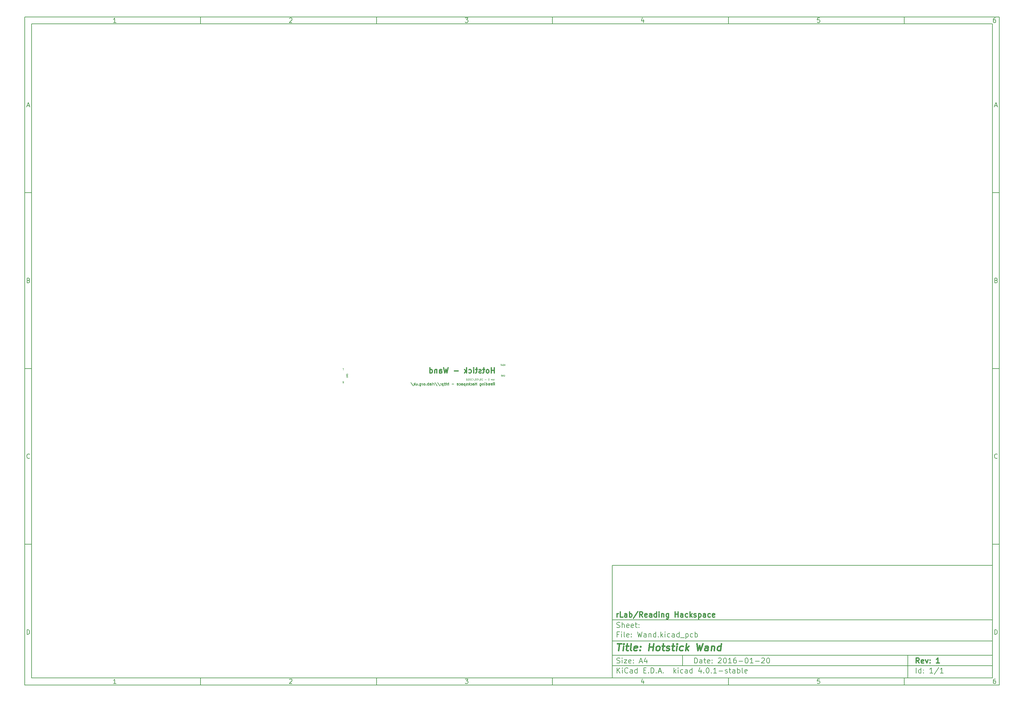
<source format=gbr>
G04 #@! TF.FileFunction,Legend,Bot*
%FSLAX46Y46*%
G04 Gerber Fmt 4.6, Leading zero omitted, Abs format (unit mm)*
G04 Created by KiCad (PCBNEW 4.0.1-stable) date 29/01/2016 19:20:18*
%MOMM*%
G01*
G04 APERTURE LIST*
%ADD10C,0.100000*%
%ADD11C,0.150000*%
%ADD12C,0.300000*%
%ADD13C,0.400000*%
%ADD14C,0.125000*%
G04 APERTURE END LIST*
D10*
D11*
X177002200Y-166007200D02*
X177002200Y-198007200D01*
X285002200Y-198007200D01*
X285002200Y-166007200D01*
X177002200Y-166007200D01*
D10*
D11*
X10000000Y-10000000D02*
X10000000Y-200007200D01*
X287002200Y-200007200D01*
X287002200Y-10000000D01*
X10000000Y-10000000D01*
D10*
D11*
X12000000Y-12000000D02*
X12000000Y-198007200D01*
X285002200Y-198007200D01*
X285002200Y-12000000D01*
X12000000Y-12000000D01*
D10*
D11*
X60000000Y-12000000D02*
X60000000Y-10000000D01*
D10*
D11*
X110000000Y-12000000D02*
X110000000Y-10000000D01*
D10*
D11*
X160000000Y-12000000D02*
X160000000Y-10000000D01*
D10*
D11*
X210000000Y-12000000D02*
X210000000Y-10000000D01*
D10*
D11*
X260000000Y-12000000D02*
X260000000Y-10000000D01*
D10*
D11*
X35990476Y-11588095D02*
X35247619Y-11588095D01*
X35619048Y-11588095D02*
X35619048Y-10288095D01*
X35495238Y-10473810D01*
X35371429Y-10597619D01*
X35247619Y-10659524D01*
D10*
D11*
X85247619Y-10411905D02*
X85309524Y-10350000D01*
X85433333Y-10288095D01*
X85742857Y-10288095D01*
X85866667Y-10350000D01*
X85928571Y-10411905D01*
X85990476Y-10535714D01*
X85990476Y-10659524D01*
X85928571Y-10845238D01*
X85185714Y-11588095D01*
X85990476Y-11588095D01*
D10*
D11*
X135185714Y-10288095D02*
X135990476Y-10288095D01*
X135557143Y-10783333D01*
X135742857Y-10783333D01*
X135866667Y-10845238D01*
X135928571Y-10907143D01*
X135990476Y-11030952D01*
X135990476Y-11340476D01*
X135928571Y-11464286D01*
X135866667Y-11526190D01*
X135742857Y-11588095D01*
X135371429Y-11588095D01*
X135247619Y-11526190D01*
X135185714Y-11464286D01*
D10*
D11*
X185866667Y-10721429D02*
X185866667Y-11588095D01*
X185557143Y-10226190D02*
X185247619Y-11154762D01*
X186052381Y-11154762D01*
D10*
D11*
X235928571Y-10288095D02*
X235309524Y-10288095D01*
X235247619Y-10907143D01*
X235309524Y-10845238D01*
X235433333Y-10783333D01*
X235742857Y-10783333D01*
X235866667Y-10845238D01*
X235928571Y-10907143D01*
X235990476Y-11030952D01*
X235990476Y-11340476D01*
X235928571Y-11464286D01*
X235866667Y-11526190D01*
X235742857Y-11588095D01*
X235433333Y-11588095D01*
X235309524Y-11526190D01*
X235247619Y-11464286D01*
D10*
D11*
X285866667Y-10288095D02*
X285619048Y-10288095D01*
X285495238Y-10350000D01*
X285433333Y-10411905D01*
X285309524Y-10597619D01*
X285247619Y-10845238D01*
X285247619Y-11340476D01*
X285309524Y-11464286D01*
X285371429Y-11526190D01*
X285495238Y-11588095D01*
X285742857Y-11588095D01*
X285866667Y-11526190D01*
X285928571Y-11464286D01*
X285990476Y-11340476D01*
X285990476Y-11030952D01*
X285928571Y-10907143D01*
X285866667Y-10845238D01*
X285742857Y-10783333D01*
X285495238Y-10783333D01*
X285371429Y-10845238D01*
X285309524Y-10907143D01*
X285247619Y-11030952D01*
D10*
D11*
X60000000Y-198007200D02*
X60000000Y-200007200D01*
D10*
D11*
X110000000Y-198007200D02*
X110000000Y-200007200D01*
D10*
D11*
X160000000Y-198007200D02*
X160000000Y-200007200D01*
D10*
D11*
X210000000Y-198007200D02*
X210000000Y-200007200D01*
D10*
D11*
X260000000Y-198007200D02*
X260000000Y-200007200D01*
D10*
D11*
X35990476Y-199595295D02*
X35247619Y-199595295D01*
X35619048Y-199595295D02*
X35619048Y-198295295D01*
X35495238Y-198481010D01*
X35371429Y-198604819D01*
X35247619Y-198666724D01*
D10*
D11*
X85247619Y-198419105D02*
X85309524Y-198357200D01*
X85433333Y-198295295D01*
X85742857Y-198295295D01*
X85866667Y-198357200D01*
X85928571Y-198419105D01*
X85990476Y-198542914D01*
X85990476Y-198666724D01*
X85928571Y-198852438D01*
X85185714Y-199595295D01*
X85990476Y-199595295D01*
D10*
D11*
X135185714Y-198295295D02*
X135990476Y-198295295D01*
X135557143Y-198790533D01*
X135742857Y-198790533D01*
X135866667Y-198852438D01*
X135928571Y-198914343D01*
X135990476Y-199038152D01*
X135990476Y-199347676D01*
X135928571Y-199471486D01*
X135866667Y-199533390D01*
X135742857Y-199595295D01*
X135371429Y-199595295D01*
X135247619Y-199533390D01*
X135185714Y-199471486D01*
D10*
D11*
X185866667Y-198728629D02*
X185866667Y-199595295D01*
X185557143Y-198233390D02*
X185247619Y-199161962D01*
X186052381Y-199161962D01*
D10*
D11*
X235928571Y-198295295D02*
X235309524Y-198295295D01*
X235247619Y-198914343D01*
X235309524Y-198852438D01*
X235433333Y-198790533D01*
X235742857Y-198790533D01*
X235866667Y-198852438D01*
X235928571Y-198914343D01*
X235990476Y-199038152D01*
X235990476Y-199347676D01*
X235928571Y-199471486D01*
X235866667Y-199533390D01*
X235742857Y-199595295D01*
X235433333Y-199595295D01*
X235309524Y-199533390D01*
X235247619Y-199471486D01*
D10*
D11*
X285866667Y-198295295D02*
X285619048Y-198295295D01*
X285495238Y-198357200D01*
X285433333Y-198419105D01*
X285309524Y-198604819D01*
X285247619Y-198852438D01*
X285247619Y-199347676D01*
X285309524Y-199471486D01*
X285371429Y-199533390D01*
X285495238Y-199595295D01*
X285742857Y-199595295D01*
X285866667Y-199533390D01*
X285928571Y-199471486D01*
X285990476Y-199347676D01*
X285990476Y-199038152D01*
X285928571Y-198914343D01*
X285866667Y-198852438D01*
X285742857Y-198790533D01*
X285495238Y-198790533D01*
X285371429Y-198852438D01*
X285309524Y-198914343D01*
X285247619Y-199038152D01*
D10*
D11*
X10000000Y-60000000D02*
X12000000Y-60000000D01*
D10*
D11*
X10000000Y-110000000D02*
X12000000Y-110000000D01*
D10*
D11*
X10000000Y-160000000D02*
X12000000Y-160000000D01*
D10*
D11*
X10690476Y-35216667D02*
X11309524Y-35216667D01*
X10566667Y-35588095D02*
X11000000Y-34288095D01*
X11433333Y-35588095D01*
D10*
D11*
X11092857Y-84907143D02*
X11278571Y-84969048D01*
X11340476Y-85030952D01*
X11402381Y-85154762D01*
X11402381Y-85340476D01*
X11340476Y-85464286D01*
X11278571Y-85526190D01*
X11154762Y-85588095D01*
X10659524Y-85588095D01*
X10659524Y-84288095D01*
X11092857Y-84288095D01*
X11216667Y-84350000D01*
X11278571Y-84411905D01*
X11340476Y-84535714D01*
X11340476Y-84659524D01*
X11278571Y-84783333D01*
X11216667Y-84845238D01*
X11092857Y-84907143D01*
X10659524Y-84907143D01*
D10*
D11*
X11402381Y-135464286D02*
X11340476Y-135526190D01*
X11154762Y-135588095D01*
X11030952Y-135588095D01*
X10845238Y-135526190D01*
X10721429Y-135402381D01*
X10659524Y-135278571D01*
X10597619Y-135030952D01*
X10597619Y-134845238D01*
X10659524Y-134597619D01*
X10721429Y-134473810D01*
X10845238Y-134350000D01*
X11030952Y-134288095D01*
X11154762Y-134288095D01*
X11340476Y-134350000D01*
X11402381Y-134411905D01*
D10*
D11*
X10659524Y-185588095D02*
X10659524Y-184288095D01*
X10969048Y-184288095D01*
X11154762Y-184350000D01*
X11278571Y-184473810D01*
X11340476Y-184597619D01*
X11402381Y-184845238D01*
X11402381Y-185030952D01*
X11340476Y-185278571D01*
X11278571Y-185402381D01*
X11154762Y-185526190D01*
X10969048Y-185588095D01*
X10659524Y-185588095D01*
D10*
D11*
X287002200Y-60000000D02*
X285002200Y-60000000D01*
D10*
D11*
X287002200Y-110000000D02*
X285002200Y-110000000D01*
D10*
D11*
X287002200Y-160000000D02*
X285002200Y-160000000D01*
D10*
D11*
X285692676Y-35216667D02*
X286311724Y-35216667D01*
X285568867Y-35588095D02*
X286002200Y-34288095D01*
X286435533Y-35588095D01*
D10*
D11*
X286095057Y-84907143D02*
X286280771Y-84969048D01*
X286342676Y-85030952D01*
X286404581Y-85154762D01*
X286404581Y-85340476D01*
X286342676Y-85464286D01*
X286280771Y-85526190D01*
X286156962Y-85588095D01*
X285661724Y-85588095D01*
X285661724Y-84288095D01*
X286095057Y-84288095D01*
X286218867Y-84350000D01*
X286280771Y-84411905D01*
X286342676Y-84535714D01*
X286342676Y-84659524D01*
X286280771Y-84783333D01*
X286218867Y-84845238D01*
X286095057Y-84907143D01*
X285661724Y-84907143D01*
D10*
D11*
X286404581Y-135464286D02*
X286342676Y-135526190D01*
X286156962Y-135588095D01*
X286033152Y-135588095D01*
X285847438Y-135526190D01*
X285723629Y-135402381D01*
X285661724Y-135278571D01*
X285599819Y-135030952D01*
X285599819Y-134845238D01*
X285661724Y-134597619D01*
X285723629Y-134473810D01*
X285847438Y-134350000D01*
X286033152Y-134288095D01*
X286156962Y-134288095D01*
X286342676Y-134350000D01*
X286404581Y-134411905D01*
D10*
D11*
X285661724Y-185588095D02*
X285661724Y-184288095D01*
X285971248Y-184288095D01*
X286156962Y-184350000D01*
X286280771Y-184473810D01*
X286342676Y-184597619D01*
X286404581Y-184845238D01*
X286404581Y-185030952D01*
X286342676Y-185278571D01*
X286280771Y-185402381D01*
X286156962Y-185526190D01*
X285971248Y-185588095D01*
X285661724Y-185588095D01*
D10*
D11*
X200359343Y-193785771D02*
X200359343Y-192285771D01*
X200716486Y-192285771D01*
X200930771Y-192357200D01*
X201073629Y-192500057D01*
X201145057Y-192642914D01*
X201216486Y-192928629D01*
X201216486Y-193142914D01*
X201145057Y-193428629D01*
X201073629Y-193571486D01*
X200930771Y-193714343D01*
X200716486Y-193785771D01*
X200359343Y-193785771D01*
X202502200Y-193785771D02*
X202502200Y-193000057D01*
X202430771Y-192857200D01*
X202287914Y-192785771D01*
X202002200Y-192785771D01*
X201859343Y-192857200D01*
X202502200Y-193714343D02*
X202359343Y-193785771D01*
X202002200Y-193785771D01*
X201859343Y-193714343D01*
X201787914Y-193571486D01*
X201787914Y-193428629D01*
X201859343Y-193285771D01*
X202002200Y-193214343D01*
X202359343Y-193214343D01*
X202502200Y-193142914D01*
X203002200Y-192785771D02*
X203573629Y-192785771D01*
X203216486Y-192285771D02*
X203216486Y-193571486D01*
X203287914Y-193714343D01*
X203430772Y-193785771D01*
X203573629Y-193785771D01*
X204645057Y-193714343D02*
X204502200Y-193785771D01*
X204216486Y-193785771D01*
X204073629Y-193714343D01*
X204002200Y-193571486D01*
X204002200Y-193000057D01*
X204073629Y-192857200D01*
X204216486Y-192785771D01*
X204502200Y-192785771D01*
X204645057Y-192857200D01*
X204716486Y-193000057D01*
X204716486Y-193142914D01*
X204002200Y-193285771D01*
X205359343Y-193642914D02*
X205430771Y-193714343D01*
X205359343Y-193785771D01*
X205287914Y-193714343D01*
X205359343Y-193642914D01*
X205359343Y-193785771D01*
X205359343Y-192857200D02*
X205430771Y-192928629D01*
X205359343Y-193000057D01*
X205287914Y-192928629D01*
X205359343Y-192857200D01*
X205359343Y-193000057D01*
X207145057Y-192428629D02*
X207216486Y-192357200D01*
X207359343Y-192285771D01*
X207716486Y-192285771D01*
X207859343Y-192357200D01*
X207930772Y-192428629D01*
X208002200Y-192571486D01*
X208002200Y-192714343D01*
X207930772Y-192928629D01*
X207073629Y-193785771D01*
X208002200Y-193785771D01*
X208930771Y-192285771D02*
X209073628Y-192285771D01*
X209216485Y-192357200D01*
X209287914Y-192428629D01*
X209359343Y-192571486D01*
X209430771Y-192857200D01*
X209430771Y-193214343D01*
X209359343Y-193500057D01*
X209287914Y-193642914D01*
X209216485Y-193714343D01*
X209073628Y-193785771D01*
X208930771Y-193785771D01*
X208787914Y-193714343D01*
X208716485Y-193642914D01*
X208645057Y-193500057D01*
X208573628Y-193214343D01*
X208573628Y-192857200D01*
X208645057Y-192571486D01*
X208716485Y-192428629D01*
X208787914Y-192357200D01*
X208930771Y-192285771D01*
X210859342Y-193785771D02*
X210002199Y-193785771D01*
X210430771Y-193785771D02*
X210430771Y-192285771D01*
X210287914Y-192500057D01*
X210145056Y-192642914D01*
X210002199Y-192714343D01*
X212145056Y-192285771D02*
X211859342Y-192285771D01*
X211716485Y-192357200D01*
X211645056Y-192428629D01*
X211502199Y-192642914D01*
X211430770Y-192928629D01*
X211430770Y-193500057D01*
X211502199Y-193642914D01*
X211573627Y-193714343D01*
X211716485Y-193785771D01*
X212002199Y-193785771D01*
X212145056Y-193714343D01*
X212216485Y-193642914D01*
X212287913Y-193500057D01*
X212287913Y-193142914D01*
X212216485Y-193000057D01*
X212145056Y-192928629D01*
X212002199Y-192857200D01*
X211716485Y-192857200D01*
X211573627Y-192928629D01*
X211502199Y-193000057D01*
X211430770Y-193142914D01*
X212930770Y-193214343D02*
X214073627Y-193214343D01*
X215073627Y-192285771D02*
X215216484Y-192285771D01*
X215359341Y-192357200D01*
X215430770Y-192428629D01*
X215502199Y-192571486D01*
X215573627Y-192857200D01*
X215573627Y-193214343D01*
X215502199Y-193500057D01*
X215430770Y-193642914D01*
X215359341Y-193714343D01*
X215216484Y-193785771D01*
X215073627Y-193785771D01*
X214930770Y-193714343D01*
X214859341Y-193642914D01*
X214787913Y-193500057D01*
X214716484Y-193214343D01*
X214716484Y-192857200D01*
X214787913Y-192571486D01*
X214859341Y-192428629D01*
X214930770Y-192357200D01*
X215073627Y-192285771D01*
X217002198Y-193785771D02*
X216145055Y-193785771D01*
X216573627Y-193785771D02*
X216573627Y-192285771D01*
X216430770Y-192500057D01*
X216287912Y-192642914D01*
X216145055Y-192714343D01*
X217645055Y-193214343D02*
X218787912Y-193214343D01*
X219430769Y-192428629D02*
X219502198Y-192357200D01*
X219645055Y-192285771D01*
X220002198Y-192285771D01*
X220145055Y-192357200D01*
X220216484Y-192428629D01*
X220287912Y-192571486D01*
X220287912Y-192714343D01*
X220216484Y-192928629D01*
X219359341Y-193785771D01*
X220287912Y-193785771D01*
X221216483Y-192285771D02*
X221359340Y-192285771D01*
X221502197Y-192357200D01*
X221573626Y-192428629D01*
X221645055Y-192571486D01*
X221716483Y-192857200D01*
X221716483Y-193214343D01*
X221645055Y-193500057D01*
X221573626Y-193642914D01*
X221502197Y-193714343D01*
X221359340Y-193785771D01*
X221216483Y-193785771D01*
X221073626Y-193714343D01*
X221002197Y-193642914D01*
X220930769Y-193500057D01*
X220859340Y-193214343D01*
X220859340Y-192857200D01*
X220930769Y-192571486D01*
X221002197Y-192428629D01*
X221073626Y-192357200D01*
X221216483Y-192285771D01*
D10*
D11*
X177002200Y-194507200D02*
X285002200Y-194507200D01*
D10*
D11*
X178359343Y-196585771D02*
X178359343Y-195085771D01*
X179216486Y-196585771D02*
X178573629Y-195728629D01*
X179216486Y-195085771D02*
X178359343Y-195942914D01*
X179859343Y-196585771D02*
X179859343Y-195585771D01*
X179859343Y-195085771D02*
X179787914Y-195157200D01*
X179859343Y-195228629D01*
X179930771Y-195157200D01*
X179859343Y-195085771D01*
X179859343Y-195228629D01*
X181430772Y-196442914D02*
X181359343Y-196514343D01*
X181145057Y-196585771D01*
X181002200Y-196585771D01*
X180787915Y-196514343D01*
X180645057Y-196371486D01*
X180573629Y-196228629D01*
X180502200Y-195942914D01*
X180502200Y-195728629D01*
X180573629Y-195442914D01*
X180645057Y-195300057D01*
X180787915Y-195157200D01*
X181002200Y-195085771D01*
X181145057Y-195085771D01*
X181359343Y-195157200D01*
X181430772Y-195228629D01*
X182716486Y-196585771D02*
X182716486Y-195800057D01*
X182645057Y-195657200D01*
X182502200Y-195585771D01*
X182216486Y-195585771D01*
X182073629Y-195657200D01*
X182716486Y-196514343D02*
X182573629Y-196585771D01*
X182216486Y-196585771D01*
X182073629Y-196514343D01*
X182002200Y-196371486D01*
X182002200Y-196228629D01*
X182073629Y-196085771D01*
X182216486Y-196014343D01*
X182573629Y-196014343D01*
X182716486Y-195942914D01*
X184073629Y-196585771D02*
X184073629Y-195085771D01*
X184073629Y-196514343D02*
X183930772Y-196585771D01*
X183645058Y-196585771D01*
X183502200Y-196514343D01*
X183430772Y-196442914D01*
X183359343Y-196300057D01*
X183359343Y-195871486D01*
X183430772Y-195728629D01*
X183502200Y-195657200D01*
X183645058Y-195585771D01*
X183930772Y-195585771D01*
X184073629Y-195657200D01*
X185930772Y-195800057D02*
X186430772Y-195800057D01*
X186645058Y-196585771D02*
X185930772Y-196585771D01*
X185930772Y-195085771D01*
X186645058Y-195085771D01*
X187287915Y-196442914D02*
X187359343Y-196514343D01*
X187287915Y-196585771D01*
X187216486Y-196514343D01*
X187287915Y-196442914D01*
X187287915Y-196585771D01*
X188002201Y-196585771D02*
X188002201Y-195085771D01*
X188359344Y-195085771D01*
X188573629Y-195157200D01*
X188716487Y-195300057D01*
X188787915Y-195442914D01*
X188859344Y-195728629D01*
X188859344Y-195942914D01*
X188787915Y-196228629D01*
X188716487Y-196371486D01*
X188573629Y-196514343D01*
X188359344Y-196585771D01*
X188002201Y-196585771D01*
X189502201Y-196442914D02*
X189573629Y-196514343D01*
X189502201Y-196585771D01*
X189430772Y-196514343D01*
X189502201Y-196442914D01*
X189502201Y-196585771D01*
X190145058Y-196157200D02*
X190859344Y-196157200D01*
X190002201Y-196585771D02*
X190502201Y-195085771D01*
X191002201Y-196585771D01*
X191502201Y-196442914D02*
X191573629Y-196514343D01*
X191502201Y-196585771D01*
X191430772Y-196514343D01*
X191502201Y-196442914D01*
X191502201Y-196585771D01*
X194502201Y-196585771D02*
X194502201Y-195085771D01*
X194645058Y-196014343D02*
X195073629Y-196585771D01*
X195073629Y-195585771D02*
X194502201Y-196157200D01*
X195716487Y-196585771D02*
X195716487Y-195585771D01*
X195716487Y-195085771D02*
X195645058Y-195157200D01*
X195716487Y-195228629D01*
X195787915Y-195157200D01*
X195716487Y-195085771D01*
X195716487Y-195228629D01*
X197073630Y-196514343D02*
X196930773Y-196585771D01*
X196645059Y-196585771D01*
X196502201Y-196514343D01*
X196430773Y-196442914D01*
X196359344Y-196300057D01*
X196359344Y-195871486D01*
X196430773Y-195728629D01*
X196502201Y-195657200D01*
X196645059Y-195585771D01*
X196930773Y-195585771D01*
X197073630Y-195657200D01*
X198359344Y-196585771D02*
X198359344Y-195800057D01*
X198287915Y-195657200D01*
X198145058Y-195585771D01*
X197859344Y-195585771D01*
X197716487Y-195657200D01*
X198359344Y-196514343D02*
X198216487Y-196585771D01*
X197859344Y-196585771D01*
X197716487Y-196514343D01*
X197645058Y-196371486D01*
X197645058Y-196228629D01*
X197716487Y-196085771D01*
X197859344Y-196014343D01*
X198216487Y-196014343D01*
X198359344Y-195942914D01*
X199716487Y-196585771D02*
X199716487Y-195085771D01*
X199716487Y-196514343D02*
X199573630Y-196585771D01*
X199287916Y-196585771D01*
X199145058Y-196514343D01*
X199073630Y-196442914D01*
X199002201Y-196300057D01*
X199002201Y-195871486D01*
X199073630Y-195728629D01*
X199145058Y-195657200D01*
X199287916Y-195585771D01*
X199573630Y-195585771D01*
X199716487Y-195657200D01*
X202216487Y-195585771D02*
X202216487Y-196585771D01*
X201859344Y-195014343D02*
X201502201Y-196085771D01*
X202430773Y-196085771D01*
X203002201Y-196442914D02*
X203073629Y-196514343D01*
X203002201Y-196585771D01*
X202930772Y-196514343D01*
X203002201Y-196442914D01*
X203002201Y-196585771D01*
X204002201Y-195085771D02*
X204145058Y-195085771D01*
X204287915Y-195157200D01*
X204359344Y-195228629D01*
X204430773Y-195371486D01*
X204502201Y-195657200D01*
X204502201Y-196014343D01*
X204430773Y-196300057D01*
X204359344Y-196442914D01*
X204287915Y-196514343D01*
X204145058Y-196585771D01*
X204002201Y-196585771D01*
X203859344Y-196514343D01*
X203787915Y-196442914D01*
X203716487Y-196300057D01*
X203645058Y-196014343D01*
X203645058Y-195657200D01*
X203716487Y-195371486D01*
X203787915Y-195228629D01*
X203859344Y-195157200D01*
X204002201Y-195085771D01*
X205145058Y-196442914D02*
X205216486Y-196514343D01*
X205145058Y-196585771D01*
X205073629Y-196514343D01*
X205145058Y-196442914D01*
X205145058Y-196585771D01*
X206645058Y-196585771D02*
X205787915Y-196585771D01*
X206216487Y-196585771D02*
X206216487Y-195085771D01*
X206073630Y-195300057D01*
X205930772Y-195442914D01*
X205787915Y-195514343D01*
X207287915Y-196014343D02*
X208430772Y-196014343D01*
X209073629Y-196514343D02*
X209216486Y-196585771D01*
X209502201Y-196585771D01*
X209645058Y-196514343D01*
X209716486Y-196371486D01*
X209716486Y-196300057D01*
X209645058Y-196157200D01*
X209502201Y-196085771D01*
X209287915Y-196085771D01*
X209145058Y-196014343D01*
X209073629Y-195871486D01*
X209073629Y-195800057D01*
X209145058Y-195657200D01*
X209287915Y-195585771D01*
X209502201Y-195585771D01*
X209645058Y-195657200D01*
X210145058Y-195585771D02*
X210716487Y-195585771D01*
X210359344Y-195085771D02*
X210359344Y-196371486D01*
X210430772Y-196514343D01*
X210573630Y-196585771D01*
X210716487Y-196585771D01*
X211859344Y-196585771D02*
X211859344Y-195800057D01*
X211787915Y-195657200D01*
X211645058Y-195585771D01*
X211359344Y-195585771D01*
X211216487Y-195657200D01*
X211859344Y-196514343D02*
X211716487Y-196585771D01*
X211359344Y-196585771D01*
X211216487Y-196514343D01*
X211145058Y-196371486D01*
X211145058Y-196228629D01*
X211216487Y-196085771D01*
X211359344Y-196014343D01*
X211716487Y-196014343D01*
X211859344Y-195942914D01*
X212573630Y-196585771D02*
X212573630Y-195085771D01*
X212573630Y-195657200D02*
X212716487Y-195585771D01*
X213002201Y-195585771D01*
X213145058Y-195657200D01*
X213216487Y-195728629D01*
X213287916Y-195871486D01*
X213287916Y-196300057D01*
X213216487Y-196442914D01*
X213145058Y-196514343D01*
X213002201Y-196585771D01*
X212716487Y-196585771D01*
X212573630Y-196514343D01*
X214145059Y-196585771D02*
X214002201Y-196514343D01*
X213930773Y-196371486D01*
X213930773Y-195085771D01*
X215287915Y-196514343D02*
X215145058Y-196585771D01*
X214859344Y-196585771D01*
X214716487Y-196514343D01*
X214645058Y-196371486D01*
X214645058Y-195800057D01*
X214716487Y-195657200D01*
X214859344Y-195585771D01*
X215145058Y-195585771D01*
X215287915Y-195657200D01*
X215359344Y-195800057D01*
X215359344Y-195942914D01*
X214645058Y-196085771D01*
D10*
D11*
X177002200Y-191507200D02*
X285002200Y-191507200D01*
D10*
D12*
X264216486Y-193785771D02*
X263716486Y-193071486D01*
X263359343Y-193785771D02*
X263359343Y-192285771D01*
X263930771Y-192285771D01*
X264073629Y-192357200D01*
X264145057Y-192428629D01*
X264216486Y-192571486D01*
X264216486Y-192785771D01*
X264145057Y-192928629D01*
X264073629Y-193000057D01*
X263930771Y-193071486D01*
X263359343Y-193071486D01*
X265430771Y-193714343D02*
X265287914Y-193785771D01*
X265002200Y-193785771D01*
X264859343Y-193714343D01*
X264787914Y-193571486D01*
X264787914Y-193000057D01*
X264859343Y-192857200D01*
X265002200Y-192785771D01*
X265287914Y-192785771D01*
X265430771Y-192857200D01*
X265502200Y-193000057D01*
X265502200Y-193142914D01*
X264787914Y-193285771D01*
X266002200Y-192785771D02*
X266359343Y-193785771D01*
X266716485Y-192785771D01*
X267287914Y-193642914D02*
X267359342Y-193714343D01*
X267287914Y-193785771D01*
X267216485Y-193714343D01*
X267287914Y-193642914D01*
X267287914Y-193785771D01*
X267287914Y-192857200D02*
X267359342Y-192928629D01*
X267287914Y-193000057D01*
X267216485Y-192928629D01*
X267287914Y-192857200D01*
X267287914Y-193000057D01*
X269930771Y-193785771D02*
X269073628Y-193785771D01*
X269502200Y-193785771D02*
X269502200Y-192285771D01*
X269359343Y-192500057D01*
X269216485Y-192642914D01*
X269073628Y-192714343D01*
D10*
D11*
X178287914Y-193714343D02*
X178502200Y-193785771D01*
X178859343Y-193785771D01*
X179002200Y-193714343D01*
X179073629Y-193642914D01*
X179145057Y-193500057D01*
X179145057Y-193357200D01*
X179073629Y-193214343D01*
X179002200Y-193142914D01*
X178859343Y-193071486D01*
X178573629Y-193000057D01*
X178430771Y-192928629D01*
X178359343Y-192857200D01*
X178287914Y-192714343D01*
X178287914Y-192571486D01*
X178359343Y-192428629D01*
X178430771Y-192357200D01*
X178573629Y-192285771D01*
X178930771Y-192285771D01*
X179145057Y-192357200D01*
X179787914Y-193785771D02*
X179787914Y-192785771D01*
X179787914Y-192285771D02*
X179716485Y-192357200D01*
X179787914Y-192428629D01*
X179859342Y-192357200D01*
X179787914Y-192285771D01*
X179787914Y-192428629D01*
X180359343Y-192785771D02*
X181145057Y-192785771D01*
X180359343Y-193785771D01*
X181145057Y-193785771D01*
X182287914Y-193714343D02*
X182145057Y-193785771D01*
X181859343Y-193785771D01*
X181716486Y-193714343D01*
X181645057Y-193571486D01*
X181645057Y-193000057D01*
X181716486Y-192857200D01*
X181859343Y-192785771D01*
X182145057Y-192785771D01*
X182287914Y-192857200D01*
X182359343Y-193000057D01*
X182359343Y-193142914D01*
X181645057Y-193285771D01*
X183002200Y-193642914D02*
X183073628Y-193714343D01*
X183002200Y-193785771D01*
X182930771Y-193714343D01*
X183002200Y-193642914D01*
X183002200Y-193785771D01*
X183002200Y-192857200D02*
X183073628Y-192928629D01*
X183002200Y-193000057D01*
X182930771Y-192928629D01*
X183002200Y-192857200D01*
X183002200Y-193000057D01*
X184787914Y-193357200D02*
X185502200Y-193357200D01*
X184645057Y-193785771D02*
X185145057Y-192285771D01*
X185645057Y-193785771D01*
X186787914Y-192785771D02*
X186787914Y-193785771D01*
X186430771Y-192214343D02*
X186073628Y-193285771D01*
X187002200Y-193285771D01*
D10*
D11*
X263359343Y-196585771D02*
X263359343Y-195085771D01*
X264716486Y-196585771D02*
X264716486Y-195085771D01*
X264716486Y-196514343D02*
X264573629Y-196585771D01*
X264287915Y-196585771D01*
X264145057Y-196514343D01*
X264073629Y-196442914D01*
X264002200Y-196300057D01*
X264002200Y-195871486D01*
X264073629Y-195728629D01*
X264145057Y-195657200D01*
X264287915Y-195585771D01*
X264573629Y-195585771D01*
X264716486Y-195657200D01*
X265430772Y-196442914D02*
X265502200Y-196514343D01*
X265430772Y-196585771D01*
X265359343Y-196514343D01*
X265430772Y-196442914D01*
X265430772Y-196585771D01*
X265430772Y-195657200D02*
X265502200Y-195728629D01*
X265430772Y-195800057D01*
X265359343Y-195728629D01*
X265430772Y-195657200D01*
X265430772Y-195800057D01*
X268073629Y-196585771D02*
X267216486Y-196585771D01*
X267645058Y-196585771D02*
X267645058Y-195085771D01*
X267502201Y-195300057D01*
X267359343Y-195442914D01*
X267216486Y-195514343D01*
X269787914Y-195014343D02*
X268502200Y-196942914D01*
X271073629Y-196585771D02*
X270216486Y-196585771D01*
X270645058Y-196585771D02*
X270645058Y-195085771D01*
X270502201Y-195300057D01*
X270359343Y-195442914D01*
X270216486Y-195514343D01*
D10*
D11*
X177002200Y-187507200D02*
X285002200Y-187507200D01*
D10*
D13*
X178454581Y-188211962D02*
X179597438Y-188211962D01*
X178776010Y-190211962D02*
X179026010Y-188211962D01*
X180014105Y-190211962D02*
X180180771Y-188878629D01*
X180264105Y-188211962D02*
X180156962Y-188307200D01*
X180240295Y-188402438D01*
X180347439Y-188307200D01*
X180264105Y-188211962D01*
X180240295Y-188402438D01*
X180847438Y-188878629D02*
X181609343Y-188878629D01*
X181216486Y-188211962D02*
X181002200Y-189926248D01*
X181073630Y-190116724D01*
X181252201Y-190211962D01*
X181442677Y-190211962D01*
X182395058Y-190211962D02*
X182216487Y-190116724D01*
X182145057Y-189926248D01*
X182359343Y-188211962D01*
X183930772Y-190116724D02*
X183728391Y-190211962D01*
X183347439Y-190211962D01*
X183168867Y-190116724D01*
X183097438Y-189926248D01*
X183192676Y-189164343D01*
X183311724Y-188973867D01*
X183514105Y-188878629D01*
X183895057Y-188878629D01*
X184073629Y-188973867D01*
X184145057Y-189164343D01*
X184121248Y-189354819D01*
X183145057Y-189545295D01*
X184895057Y-190021486D02*
X184978392Y-190116724D01*
X184871248Y-190211962D01*
X184787915Y-190116724D01*
X184895057Y-190021486D01*
X184871248Y-190211962D01*
X185026010Y-188973867D02*
X185109344Y-189069105D01*
X185002200Y-189164343D01*
X184918867Y-189069105D01*
X185026010Y-188973867D01*
X185002200Y-189164343D01*
X187347439Y-190211962D02*
X187597439Y-188211962D01*
X187478391Y-189164343D02*
X188621249Y-189164343D01*
X188490297Y-190211962D02*
X188740297Y-188211962D01*
X189728392Y-190211962D02*
X189549821Y-190116724D01*
X189466486Y-190021486D01*
X189395058Y-189831010D01*
X189466486Y-189259581D01*
X189585534Y-189069105D01*
X189692678Y-188973867D01*
X189895058Y-188878629D01*
X190180772Y-188878629D01*
X190359344Y-188973867D01*
X190442677Y-189069105D01*
X190514105Y-189259581D01*
X190442677Y-189831010D01*
X190323629Y-190021486D01*
X190216487Y-190116724D01*
X190014106Y-190211962D01*
X189728392Y-190211962D01*
X191133153Y-188878629D02*
X191895058Y-188878629D01*
X191502201Y-188211962D02*
X191287915Y-189926248D01*
X191359345Y-190116724D01*
X191537916Y-190211962D01*
X191728392Y-190211962D01*
X192311725Y-190116724D02*
X192490297Y-190211962D01*
X192871249Y-190211962D01*
X193073630Y-190116724D01*
X193192677Y-189926248D01*
X193204582Y-189831010D01*
X193133153Y-189640533D01*
X192954582Y-189545295D01*
X192668868Y-189545295D01*
X192490296Y-189450057D01*
X192418867Y-189259581D01*
X192430772Y-189164343D01*
X192549820Y-188973867D01*
X192752201Y-188878629D01*
X193037915Y-188878629D01*
X193216487Y-188973867D01*
X193895058Y-188878629D02*
X194656963Y-188878629D01*
X194264106Y-188211962D02*
X194049820Y-189926248D01*
X194121250Y-190116724D01*
X194299821Y-190211962D01*
X194490297Y-190211962D01*
X195156963Y-190211962D02*
X195323629Y-188878629D01*
X195406963Y-188211962D02*
X195299820Y-188307200D01*
X195383153Y-188402438D01*
X195490297Y-188307200D01*
X195406963Y-188211962D01*
X195383153Y-188402438D01*
X196978392Y-190116724D02*
X196776011Y-190211962D01*
X196395059Y-190211962D01*
X196216488Y-190116724D01*
X196133153Y-190021486D01*
X196061725Y-189831010D01*
X196133153Y-189259581D01*
X196252201Y-189069105D01*
X196359345Y-188973867D01*
X196561725Y-188878629D01*
X196942677Y-188878629D01*
X197121249Y-188973867D01*
X197823630Y-190211962D02*
X198073630Y-188211962D01*
X198109345Y-189450057D02*
X198585535Y-190211962D01*
X198752201Y-188878629D02*
X197895058Y-189640533D01*
X201026012Y-188211962D02*
X201252203Y-190211962D01*
X201811726Y-188783390D01*
X202014108Y-190211962D01*
X202740298Y-188211962D01*
X204109345Y-190211962D02*
X204240297Y-189164343D01*
X204168869Y-188973867D01*
X203990297Y-188878629D01*
X203609345Y-188878629D01*
X203406964Y-188973867D01*
X204121250Y-190116724D02*
X203918869Y-190211962D01*
X203442679Y-190211962D01*
X203264107Y-190116724D01*
X203192678Y-189926248D01*
X203216488Y-189735771D01*
X203335535Y-189545295D01*
X203537917Y-189450057D01*
X204014107Y-189450057D01*
X204216488Y-189354819D01*
X205228392Y-188878629D02*
X205061726Y-190211962D01*
X205204583Y-189069105D02*
X205311727Y-188973867D01*
X205514107Y-188878629D01*
X205799821Y-188878629D01*
X205978393Y-188973867D01*
X206049821Y-189164343D01*
X205918869Y-190211962D01*
X207728393Y-190211962D02*
X207978393Y-188211962D01*
X207740298Y-190116724D02*
X207537917Y-190211962D01*
X207156965Y-190211962D01*
X206978394Y-190116724D01*
X206895059Y-190021486D01*
X206823631Y-189831010D01*
X206895059Y-189259581D01*
X207014107Y-189069105D01*
X207121251Y-188973867D01*
X207323631Y-188878629D01*
X207704583Y-188878629D01*
X207883155Y-188973867D01*
D10*
D11*
X178859343Y-185600057D02*
X178359343Y-185600057D01*
X178359343Y-186385771D02*
X178359343Y-184885771D01*
X179073629Y-184885771D01*
X179645057Y-186385771D02*
X179645057Y-185385771D01*
X179645057Y-184885771D02*
X179573628Y-184957200D01*
X179645057Y-185028629D01*
X179716485Y-184957200D01*
X179645057Y-184885771D01*
X179645057Y-185028629D01*
X180573629Y-186385771D02*
X180430771Y-186314343D01*
X180359343Y-186171486D01*
X180359343Y-184885771D01*
X181716485Y-186314343D02*
X181573628Y-186385771D01*
X181287914Y-186385771D01*
X181145057Y-186314343D01*
X181073628Y-186171486D01*
X181073628Y-185600057D01*
X181145057Y-185457200D01*
X181287914Y-185385771D01*
X181573628Y-185385771D01*
X181716485Y-185457200D01*
X181787914Y-185600057D01*
X181787914Y-185742914D01*
X181073628Y-185885771D01*
X182430771Y-186242914D02*
X182502199Y-186314343D01*
X182430771Y-186385771D01*
X182359342Y-186314343D01*
X182430771Y-186242914D01*
X182430771Y-186385771D01*
X182430771Y-185457200D02*
X182502199Y-185528629D01*
X182430771Y-185600057D01*
X182359342Y-185528629D01*
X182430771Y-185457200D01*
X182430771Y-185600057D01*
X184145057Y-184885771D02*
X184502200Y-186385771D01*
X184787914Y-185314343D01*
X185073628Y-186385771D01*
X185430771Y-184885771D01*
X186645057Y-186385771D02*
X186645057Y-185600057D01*
X186573628Y-185457200D01*
X186430771Y-185385771D01*
X186145057Y-185385771D01*
X186002200Y-185457200D01*
X186645057Y-186314343D02*
X186502200Y-186385771D01*
X186145057Y-186385771D01*
X186002200Y-186314343D01*
X185930771Y-186171486D01*
X185930771Y-186028629D01*
X186002200Y-185885771D01*
X186145057Y-185814343D01*
X186502200Y-185814343D01*
X186645057Y-185742914D01*
X187359343Y-185385771D02*
X187359343Y-186385771D01*
X187359343Y-185528629D02*
X187430771Y-185457200D01*
X187573629Y-185385771D01*
X187787914Y-185385771D01*
X187930771Y-185457200D01*
X188002200Y-185600057D01*
X188002200Y-186385771D01*
X189359343Y-186385771D02*
X189359343Y-184885771D01*
X189359343Y-186314343D02*
X189216486Y-186385771D01*
X188930772Y-186385771D01*
X188787914Y-186314343D01*
X188716486Y-186242914D01*
X188645057Y-186100057D01*
X188645057Y-185671486D01*
X188716486Y-185528629D01*
X188787914Y-185457200D01*
X188930772Y-185385771D01*
X189216486Y-185385771D01*
X189359343Y-185457200D01*
X190073629Y-186242914D02*
X190145057Y-186314343D01*
X190073629Y-186385771D01*
X190002200Y-186314343D01*
X190073629Y-186242914D01*
X190073629Y-186385771D01*
X190787915Y-186385771D02*
X190787915Y-184885771D01*
X190930772Y-185814343D02*
X191359343Y-186385771D01*
X191359343Y-185385771D02*
X190787915Y-185957200D01*
X192002201Y-186385771D02*
X192002201Y-185385771D01*
X192002201Y-184885771D02*
X191930772Y-184957200D01*
X192002201Y-185028629D01*
X192073629Y-184957200D01*
X192002201Y-184885771D01*
X192002201Y-185028629D01*
X193359344Y-186314343D02*
X193216487Y-186385771D01*
X192930773Y-186385771D01*
X192787915Y-186314343D01*
X192716487Y-186242914D01*
X192645058Y-186100057D01*
X192645058Y-185671486D01*
X192716487Y-185528629D01*
X192787915Y-185457200D01*
X192930773Y-185385771D01*
X193216487Y-185385771D01*
X193359344Y-185457200D01*
X194645058Y-186385771D02*
X194645058Y-185600057D01*
X194573629Y-185457200D01*
X194430772Y-185385771D01*
X194145058Y-185385771D01*
X194002201Y-185457200D01*
X194645058Y-186314343D02*
X194502201Y-186385771D01*
X194145058Y-186385771D01*
X194002201Y-186314343D01*
X193930772Y-186171486D01*
X193930772Y-186028629D01*
X194002201Y-185885771D01*
X194145058Y-185814343D01*
X194502201Y-185814343D01*
X194645058Y-185742914D01*
X196002201Y-186385771D02*
X196002201Y-184885771D01*
X196002201Y-186314343D02*
X195859344Y-186385771D01*
X195573630Y-186385771D01*
X195430772Y-186314343D01*
X195359344Y-186242914D01*
X195287915Y-186100057D01*
X195287915Y-185671486D01*
X195359344Y-185528629D01*
X195430772Y-185457200D01*
X195573630Y-185385771D01*
X195859344Y-185385771D01*
X196002201Y-185457200D01*
X196359344Y-186528629D02*
X197502201Y-186528629D01*
X197859344Y-185385771D02*
X197859344Y-186885771D01*
X197859344Y-185457200D02*
X198002201Y-185385771D01*
X198287915Y-185385771D01*
X198430772Y-185457200D01*
X198502201Y-185528629D01*
X198573630Y-185671486D01*
X198573630Y-186100057D01*
X198502201Y-186242914D01*
X198430772Y-186314343D01*
X198287915Y-186385771D01*
X198002201Y-186385771D01*
X197859344Y-186314343D01*
X199859344Y-186314343D02*
X199716487Y-186385771D01*
X199430773Y-186385771D01*
X199287915Y-186314343D01*
X199216487Y-186242914D01*
X199145058Y-186100057D01*
X199145058Y-185671486D01*
X199216487Y-185528629D01*
X199287915Y-185457200D01*
X199430773Y-185385771D01*
X199716487Y-185385771D01*
X199859344Y-185457200D01*
X200502201Y-186385771D02*
X200502201Y-184885771D01*
X200502201Y-185457200D02*
X200645058Y-185385771D01*
X200930772Y-185385771D01*
X201073629Y-185457200D01*
X201145058Y-185528629D01*
X201216487Y-185671486D01*
X201216487Y-186100057D01*
X201145058Y-186242914D01*
X201073629Y-186314343D01*
X200930772Y-186385771D01*
X200645058Y-186385771D01*
X200502201Y-186314343D01*
D10*
D11*
X177002200Y-181507200D02*
X285002200Y-181507200D01*
D10*
D11*
X178287914Y-183614343D02*
X178502200Y-183685771D01*
X178859343Y-183685771D01*
X179002200Y-183614343D01*
X179073629Y-183542914D01*
X179145057Y-183400057D01*
X179145057Y-183257200D01*
X179073629Y-183114343D01*
X179002200Y-183042914D01*
X178859343Y-182971486D01*
X178573629Y-182900057D01*
X178430771Y-182828629D01*
X178359343Y-182757200D01*
X178287914Y-182614343D01*
X178287914Y-182471486D01*
X178359343Y-182328629D01*
X178430771Y-182257200D01*
X178573629Y-182185771D01*
X178930771Y-182185771D01*
X179145057Y-182257200D01*
X179787914Y-183685771D02*
X179787914Y-182185771D01*
X180430771Y-183685771D02*
X180430771Y-182900057D01*
X180359342Y-182757200D01*
X180216485Y-182685771D01*
X180002200Y-182685771D01*
X179859342Y-182757200D01*
X179787914Y-182828629D01*
X181716485Y-183614343D02*
X181573628Y-183685771D01*
X181287914Y-183685771D01*
X181145057Y-183614343D01*
X181073628Y-183471486D01*
X181073628Y-182900057D01*
X181145057Y-182757200D01*
X181287914Y-182685771D01*
X181573628Y-182685771D01*
X181716485Y-182757200D01*
X181787914Y-182900057D01*
X181787914Y-183042914D01*
X181073628Y-183185771D01*
X183002199Y-183614343D02*
X182859342Y-183685771D01*
X182573628Y-183685771D01*
X182430771Y-183614343D01*
X182359342Y-183471486D01*
X182359342Y-182900057D01*
X182430771Y-182757200D01*
X182573628Y-182685771D01*
X182859342Y-182685771D01*
X183002199Y-182757200D01*
X183073628Y-182900057D01*
X183073628Y-183042914D01*
X182359342Y-183185771D01*
X183502199Y-182685771D02*
X184073628Y-182685771D01*
X183716485Y-182185771D02*
X183716485Y-183471486D01*
X183787913Y-183614343D01*
X183930771Y-183685771D01*
X184073628Y-183685771D01*
X184573628Y-183542914D02*
X184645056Y-183614343D01*
X184573628Y-183685771D01*
X184502199Y-183614343D01*
X184573628Y-183542914D01*
X184573628Y-183685771D01*
X184573628Y-182757200D02*
X184645056Y-182828629D01*
X184573628Y-182900057D01*
X184502199Y-182828629D01*
X184573628Y-182757200D01*
X184573628Y-182900057D01*
D10*
D12*
X178359343Y-180685771D02*
X178359343Y-179685771D01*
X178359343Y-179971486D02*
X178430771Y-179828629D01*
X178502200Y-179757200D01*
X178645057Y-179685771D01*
X178787914Y-179685771D01*
X180002200Y-180685771D02*
X179287914Y-180685771D01*
X179287914Y-179185771D01*
X181145057Y-180685771D02*
X181145057Y-179900057D01*
X181073628Y-179757200D01*
X180930771Y-179685771D01*
X180645057Y-179685771D01*
X180502200Y-179757200D01*
X181145057Y-180614343D02*
X181002200Y-180685771D01*
X180645057Y-180685771D01*
X180502200Y-180614343D01*
X180430771Y-180471486D01*
X180430771Y-180328629D01*
X180502200Y-180185771D01*
X180645057Y-180114343D01*
X181002200Y-180114343D01*
X181145057Y-180042914D01*
X181859343Y-180685771D02*
X181859343Y-179185771D01*
X181859343Y-179757200D02*
X182002200Y-179685771D01*
X182287914Y-179685771D01*
X182430771Y-179757200D01*
X182502200Y-179828629D01*
X182573629Y-179971486D01*
X182573629Y-180400057D01*
X182502200Y-180542914D01*
X182430771Y-180614343D01*
X182287914Y-180685771D01*
X182002200Y-180685771D01*
X181859343Y-180614343D01*
X184287914Y-179114343D02*
X183002200Y-181042914D01*
X185645058Y-180685771D02*
X185145058Y-179971486D01*
X184787915Y-180685771D02*
X184787915Y-179185771D01*
X185359343Y-179185771D01*
X185502201Y-179257200D01*
X185573629Y-179328629D01*
X185645058Y-179471486D01*
X185645058Y-179685771D01*
X185573629Y-179828629D01*
X185502201Y-179900057D01*
X185359343Y-179971486D01*
X184787915Y-179971486D01*
X186859343Y-180614343D02*
X186716486Y-180685771D01*
X186430772Y-180685771D01*
X186287915Y-180614343D01*
X186216486Y-180471486D01*
X186216486Y-179900057D01*
X186287915Y-179757200D01*
X186430772Y-179685771D01*
X186716486Y-179685771D01*
X186859343Y-179757200D01*
X186930772Y-179900057D01*
X186930772Y-180042914D01*
X186216486Y-180185771D01*
X188216486Y-180685771D02*
X188216486Y-179900057D01*
X188145057Y-179757200D01*
X188002200Y-179685771D01*
X187716486Y-179685771D01*
X187573629Y-179757200D01*
X188216486Y-180614343D02*
X188073629Y-180685771D01*
X187716486Y-180685771D01*
X187573629Y-180614343D01*
X187502200Y-180471486D01*
X187502200Y-180328629D01*
X187573629Y-180185771D01*
X187716486Y-180114343D01*
X188073629Y-180114343D01*
X188216486Y-180042914D01*
X189573629Y-180685771D02*
X189573629Y-179185771D01*
X189573629Y-180614343D02*
X189430772Y-180685771D01*
X189145058Y-180685771D01*
X189002200Y-180614343D01*
X188930772Y-180542914D01*
X188859343Y-180400057D01*
X188859343Y-179971486D01*
X188930772Y-179828629D01*
X189002200Y-179757200D01*
X189145058Y-179685771D01*
X189430772Y-179685771D01*
X189573629Y-179757200D01*
X190287915Y-180685771D02*
X190287915Y-179685771D01*
X190287915Y-179185771D02*
X190216486Y-179257200D01*
X190287915Y-179328629D01*
X190359343Y-179257200D01*
X190287915Y-179185771D01*
X190287915Y-179328629D01*
X191002201Y-179685771D02*
X191002201Y-180685771D01*
X191002201Y-179828629D02*
X191073629Y-179757200D01*
X191216487Y-179685771D01*
X191430772Y-179685771D01*
X191573629Y-179757200D01*
X191645058Y-179900057D01*
X191645058Y-180685771D01*
X193002201Y-179685771D02*
X193002201Y-180900057D01*
X192930772Y-181042914D01*
X192859344Y-181114343D01*
X192716487Y-181185771D01*
X192502201Y-181185771D01*
X192359344Y-181114343D01*
X193002201Y-180614343D02*
X192859344Y-180685771D01*
X192573630Y-180685771D01*
X192430772Y-180614343D01*
X192359344Y-180542914D01*
X192287915Y-180400057D01*
X192287915Y-179971486D01*
X192359344Y-179828629D01*
X192430772Y-179757200D01*
X192573630Y-179685771D01*
X192859344Y-179685771D01*
X193002201Y-179757200D01*
X194859344Y-180685771D02*
X194859344Y-179185771D01*
X194859344Y-179900057D02*
X195716487Y-179900057D01*
X195716487Y-180685771D02*
X195716487Y-179185771D01*
X197073630Y-180685771D02*
X197073630Y-179900057D01*
X197002201Y-179757200D01*
X196859344Y-179685771D01*
X196573630Y-179685771D01*
X196430773Y-179757200D01*
X197073630Y-180614343D02*
X196930773Y-180685771D01*
X196573630Y-180685771D01*
X196430773Y-180614343D01*
X196359344Y-180471486D01*
X196359344Y-180328629D01*
X196430773Y-180185771D01*
X196573630Y-180114343D01*
X196930773Y-180114343D01*
X197073630Y-180042914D01*
X198430773Y-180614343D02*
X198287916Y-180685771D01*
X198002202Y-180685771D01*
X197859344Y-180614343D01*
X197787916Y-180542914D01*
X197716487Y-180400057D01*
X197716487Y-179971486D01*
X197787916Y-179828629D01*
X197859344Y-179757200D01*
X198002202Y-179685771D01*
X198287916Y-179685771D01*
X198430773Y-179757200D01*
X199073630Y-180685771D02*
X199073630Y-179185771D01*
X199216487Y-180114343D02*
X199645058Y-180685771D01*
X199645058Y-179685771D02*
X199073630Y-180257200D01*
X200216487Y-180614343D02*
X200359344Y-180685771D01*
X200645059Y-180685771D01*
X200787916Y-180614343D01*
X200859344Y-180471486D01*
X200859344Y-180400057D01*
X200787916Y-180257200D01*
X200645059Y-180185771D01*
X200430773Y-180185771D01*
X200287916Y-180114343D01*
X200216487Y-179971486D01*
X200216487Y-179900057D01*
X200287916Y-179757200D01*
X200430773Y-179685771D01*
X200645059Y-179685771D01*
X200787916Y-179757200D01*
X201502202Y-179685771D02*
X201502202Y-181185771D01*
X201502202Y-179757200D02*
X201645059Y-179685771D01*
X201930773Y-179685771D01*
X202073630Y-179757200D01*
X202145059Y-179828629D01*
X202216488Y-179971486D01*
X202216488Y-180400057D01*
X202145059Y-180542914D01*
X202073630Y-180614343D01*
X201930773Y-180685771D01*
X201645059Y-180685771D01*
X201502202Y-180614343D01*
X203502202Y-180685771D02*
X203502202Y-179900057D01*
X203430773Y-179757200D01*
X203287916Y-179685771D01*
X203002202Y-179685771D01*
X202859345Y-179757200D01*
X203502202Y-180614343D02*
X203359345Y-180685771D01*
X203002202Y-180685771D01*
X202859345Y-180614343D01*
X202787916Y-180471486D01*
X202787916Y-180328629D01*
X202859345Y-180185771D01*
X203002202Y-180114343D01*
X203359345Y-180114343D01*
X203502202Y-180042914D01*
X204859345Y-180614343D02*
X204716488Y-180685771D01*
X204430774Y-180685771D01*
X204287916Y-180614343D01*
X204216488Y-180542914D01*
X204145059Y-180400057D01*
X204145059Y-179971486D01*
X204216488Y-179828629D01*
X204287916Y-179757200D01*
X204430774Y-179685771D01*
X204716488Y-179685771D01*
X204859345Y-179757200D01*
X206073630Y-180614343D02*
X205930773Y-180685771D01*
X205645059Y-180685771D01*
X205502202Y-180614343D01*
X205430773Y-180471486D01*
X205430773Y-179900057D01*
X205502202Y-179757200D01*
X205645059Y-179685771D01*
X205930773Y-179685771D01*
X206073630Y-179757200D01*
X206145059Y-179900057D01*
X206145059Y-180042914D01*
X205430773Y-180185771D01*
D10*
D11*
X197002200Y-191507200D02*
X197002200Y-194507200D01*
D10*
D11*
X261002200Y-191507200D02*
X261002200Y-198007200D01*
D14*
X100345238Y-114126190D02*
X100511905Y-113888095D01*
X100630952Y-114126190D02*
X100630952Y-113626190D01*
X100440476Y-113626190D01*
X100392857Y-113650000D01*
X100369048Y-113673810D01*
X100345238Y-113721429D01*
X100345238Y-113792857D01*
X100369048Y-113840476D01*
X100392857Y-113864286D01*
X100440476Y-113888095D01*
X100630952Y-113888095D01*
X100642857Y-109926190D02*
X100357143Y-109926190D01*
X100500000Y-110426190D02*
X100500000Y-109926190D01*
D10*
X101800000Y-112304762D02*
X101819048Y-112342857D01*
X101819048Y-112400000D01*
X101800000Y-112457143D01*
X101761905Y-112495238D01*
X101723810Y-112514286D01*
X101647619Y-112533334D01*
X101590476Y-112533334D01*
X101514286Y-112514286D01*
X101476190Y-112495238D01*
X101438095Y-112457143D01*
X101419048Y-112400000D01*
X101419048Y-112361905D01*
X101438095Y-112304762D01*
X101457143Y-112285714D01*
X101590476Y-112285714D01*
X101590476Y-112361905D01*
X101419048Y-112114286D02*
X101819048Y-112114286D01*
X101419048Y-111885714D01*
X101819048Y-111885714D01*
X101419048Y-111695238D02*
X101819048Y-111695238D01*
X101819048Y-111600000D01*
X101800000Y-111542857D01*
X101761905Y-111504762D01*
X101723810Y-111485714D01*
X101647619Y-111466666D01*
X101590476Y-111466666D01*
X101514286Y-111485714D01*
X101476190Y-111504762D01*
X101438095Y-111542857D01*
X101419048Y-111600000D01*
X101419048Y-111695238D01*
X146204762Y-111800000D02*
X146242857Y-111780952D01*
X146300000Y-111780952D01*
X146357143Y-111800000D01*
X146395238Y-111838095D01*
X146414286Y-111876190D01*
X146433334Y-111952381D01*
X146433334Y-112009524D01*
X146414286Y-112085714D01*
X146395238Y-112123810D01*
X146357143Y-112161905D01*
X146300000Y-112180952D01*
X146261905Y-112180952D01*
X146204762Y-112161905D01*
X146185714Y-112142857D01*
X146185714Y-112009524D01*
X146261905Y-112009524D01*
X146014286Y-112180952D02*
X146014286Y-111780952D01*
X145785714Y-112180952D01*
X145785714Y-111780952D01*
X145595238Y-112180952D02*
X145595238Y-111780952D01*
X145500000Y-111780952D01*
X145442857Y-111800000D01*
X145404762Y-111838095D01*
X145385714Y-111876190D01*
X145366666Y-111952381D01*
X145366666Y-112009524D01*
X145385714Y-112085714D01*
X145404762Y-112123810D01*
X145442857Y-112161905D01*
X145500000Y-112180952D01*
X145595238Y-112180952D01*
X146519048Y-109180952D02*
X146519048Y-108780952D01*
X146519048Y-108971429D02*
X146290476Y-108971429D01*
X146290476Y-109180952D02*
X146290476Y-108780952D01*
X146100000Y-108971429D02*
X145966667Y-108971429D01*
X145909524Y-109180952D02*
X146100000Y-109180952D01*
X146100000Y-108780952D01*
X145909524Y-108780952D01*
X145757143Y-109066667D02*
X145566666Y-109066667D01*
X145795238Y-109180952D02*
X145661904Y-108780952D01*
X145528571Y-109180952D01*
X145452381Y-108780952D02*
X145223809Y-108780952D01*
X145338095Y-109180952D02*
X145338095Y-108780952D01*
D14*
X143488092Y-113326190D02*
X143488092Y-112992857D01*
X143488092Y-113088095D02*
X143464283Y-113040476D01*
X143440473Y-113016667D01*
X143392854Y-112992857D01*
X143345235Y-112992857D01*
X142988092Y-113302381D02*
X143035711Y-113326190D01*
X143130949Y-113326190D01*
X143178568Y-113302381D01*
X143202378Y-113254762D01*
X143202378Y-113064286D01*
X143178568Y-113016667D01*
X143130949Y-112992857D01*
X143035711Y-112992857D01*
X142988092Y-113016667D01*
X142964283Y-113064286D01*
X142964283Y-113111905D01*
X143202378Y-113159524D01*
X142797616Y-112992857D02*
X142678569Y-113326190D01*
X142559521Y-112992857D01*
X141726189Y-113326190D02*
X142011903Y-113326190D01*
X141869046Y-113326190D02*
X141869046Y-112826190D01*
X141916665Y-112897619D01*
X141964284Y-112945238D01*
X142011903Y-112969048D01*
X141130951Y-113135714D02*
X140749999Y-113135714D01*
X140154761Y-112873810D02*
X140130951Y-112850000D01*
X140083332Y-112826190D01*
X139964285Y-112826190D01*
X139916666Y-112850000D01*
X139892856Y-112873810D01*
X139869047Y-112921429D01*
X139869047Y-112969048D01*
X139892856Y-113040476D01*
X140178570Y-113326190D01*
X139869047Y-113326190D01*
X139440476Y-112826190D02*
X139535714Y-112826190D01*
X139583333Y-112850000D01*
X139607142Y-112873810D01*
X139654761Y-112945238D01*
X139678571Y-113040476D01*
X139678571Y-113230952D01*
X139654761Y-113278571D01*
X139630952Y-113302381D01*
X139583333Y-113326190D01*
X139488095Y-113326190D01*
X139440476Y-113302381D01*
X139416666Y-113278571D01*
X139392857Y-113230952D01*
X139392857Y-113111905D01*
X139416666Y-113064286D01*
X139440476Y-113040476D01*
X139488095Y-113016667D01*
X139583333Y-113016667D01*
X139630952Y-113040476D01*
X139654761Y-113064286D01*
X139678571Y-113111905D01*
X138821429Y-112802381D02*
X139250000Y-113445238D01*
X138559523Y-112826190D02*
X138511904Y-112826190D01*
X138464285Y-112850000D01*
X138440476Y-112873810D01*
X138416666Y-112921429D01*
X138392857Y-113016667D01*
X138392857Y-113135714D01*
X138416666Y-113230952D01*
X138440476Y-113278571D01*
X138464285Y-113302381D01*
X138511904Y-113326190D01*
X138559523Y-113326190D01*
X138607142Y-113302381D01*
X138630952Y-113278571D01*
X138654761Y-113230952D01*
X138678571Y-113135714D01*
X138678571Y-113016667D01*
X138654761Y-112921429D01*
X138630952Y-112873810D01*
X138607142Y-112850000D01*
X138559523Y-112826190D01*
X137916667Y-113326190D02*
X138202381Y-113326190D01*
X138059524Y-113326190D02*
X138059524Y-112826190D01*
X138107143Y-112897619D01*
X138154762Y-112945238D01*
X138202381Y-112969048D01*
X137345239Y-112802381D02*
X137773810Y-113445238D01*
X137202381Y-112873810D02*
X137178571Y-112850000D01*
X137130952Y-112826190D01*
X137011905Y-112826190D01*
X136964286Y-112850000D01*
X136940476Y-112873810D01*
X136916667Y-112921429D01*
X136916667Y-112969048D01*
X136940476Y-113040476D01*
X137226190Y-113326190D01*
X136916667Y-113326190D01*
X136607143Y-112826190D02*
X136559524Y-112826190D01*
X136511905Y-112850000D01*
X136488096Y-112873810D01*
X136464286Y-112921429D01*
X136440477Y-113016667D01*
X136440477Y-113135714D01*
X136464286Y-113230952D01*
X136488096Y-113278571D01*
X136511905Y-113302381D01*
X136559524Y-113326190D01*
X136607143Y-113326190D01*
X136654762Y-113302381D01*
X136678572Y-113278571D01*
X136702381Y-113230952D01*
X136726191Y-113135714D01*
X136726191Y-113016667D01*
X136702381Y-112921429D01*
X136678572Y-112873810D01*
X136654762Y-112850000D01*
X136607143Y-112826190D01*
X135964287Y-113326190D02*
X136250001Y-113326190D01*
X136107144Y-113326190D02*
X136107144Y-112826190D01*
X136154763Y-112897619D01*
X136202382Y-112945238D01*
X136250001Y-112969048D01*
X135535716Y-112826190D02*
X135630954Y-112826190D01*
X135678573Y-112850000D01*
X135702382Y-112873810D01*
X135750001Y-112945238D01*
X135773811Y-113040476D01*
X135773811Y-113230952D01*
X135750001Y-113278571D01*
X135726192Y-113302381D01*
X135678573Y-113326190D01*
X135583335Y-113326190D01*
X135535716Y-113302381D01*
X135511906Y-113278571D01*
X135488097Y-113230952D01*
X135488097Y-113111905D01*
X135511906Y-113064286D01*
X135535716Y-113040476D01*
X135583335Y-113016667D01*
X135678573Y-113016667D01*
X135726192Y-113040476D01*
X135750001Y-113064286D01*
X135773811Y-113111905D01*
D11*
X143110711Y-114739286D02*
X143360711Y-114382143D01*
X143539283Y-114739286D02*
X143539283Y-113989286D01*
X143253568Y-113989286D01*
X143182140Y-114025000D01*
X143146425Y-114060714D01*
X143110711Y-114132143D01*
X143110711Y-114239286D01*
X143146425Y-114310714D01*
X143182140Y-114346429D01*
X143253568Y-114382143D01*
X143539283Y-114382143D01*
X142503568Y-114703571D02*
X142574997Y-114739286D01*
X142717854Y-114739286D01*
X142789283Y-114703571D01*
X142824997Y-114632143D01*
X142824997Y-114346429D01*
X142789283Y-114275000D01*
X142717854Y-114239286D01*
X142574997Y-114239286D01*
X142503568Y-114275000D01*
X142467854Y-114346429D01*
X142467854Y-114417857D01*
X142824997Y-114489286D01*
X141824997Y-114739286D02*
X141824997Y-114346429D01*
X141860711Y-114275000D01*
X141932140Y-114239286D01*
X142074997Y-114239286D01*
X142146426Y-114275000D01*
X141824997Y-114703571D02*
X141896426Y-114739286D01*
X142074997Y-114739286D01*
X142146426Y-114703571D01*
X142182140Y-114632143D01*
X142182140Y-114560714D01*
X142146426Y-114489286D01*
X142074997Y-114453571D01*
X141896426Y-114453571D01*
X141824997Y-114417857D01*
X141146426Y-114739286D02*
X141146426Y-113989286D01*
X141146426Y-114703571D02*
X141217855Y-114739286D01*
X141360712Y-114739286D01*
X141432140Y-114703571D01*
X141467855Y-114667857D01*
X141503569Y-114596429D01*
X141503569Y-114382143D01*
X141467855Y-114310714D01*
X141432140Y-114275000D01*
X141360712Y-114239286D01*
X141217855Y-114239286D01*
X141146426Y-114275000D01*
X140789284Y-114739286D02*
X140789284Y-114239286D01*
X140789284Y-113989286D02*
X140824998Y-114025000D01*
X140789284Y-114060714D01*
X140753569Y-114025000D01*
X140789284Y-113989286D01*
X140789284Y-114060714D01*
X140432141Y-114239286D02*
X140432141Y-114739286D01*
X140432141Y-114310714D02*
X140396426Y-114275000D01*
X140324998Y-114239286D01*
X140217855Y-114239286D01*
X140146426Y-114275000D01*
X140110712Y-114346429D01*
X140110712Y-114739286D01*
X139432141Y-114239286D02*
X139432141Y-114846429D01*
X139467855Y-114917857D01*
X139503570Y-114953571D01*
X139574998Y-114989286D01*
X139682141Y-114989286D01*
X139753570Y-114953571D01*
X139432141Y-114703571D02*
X139503570Y-114739286D01*
X139646427Y-114739286D01*
X139717855Y-114703571D01*
X139753570Y-114667857D01*
X139789284Y-114596429D01*
X139789284Y-114382143D01*
X139753570Y-114310714D01*
X139717855Y-114275000D01*
X139646427Y-114239286D01*
X139503570Y-114239286D01*
X139432141Y-114275000D01*
X138503570Y-114739286D02*
X138503570Y-113989286D01*
X138503570Y-114346429D02*
X138074998Y-114346429D01*
X138074998Y-114739286D02*
X138074998Y-113989286D01*
X137396427Y-114739286D02*
X137396427Y-114346429D01*
X137432141Y-114275000D01*
X137503570Y-114239286D01*
X137646427Y-114239286D01*
X137717856Y-114275000D01*
X137396427Y-114703571D02*
X137467856Y-114739286D01*
X137646427Y-114739286D01*
X137717856Y-114703571D01*
X137753570Y-114632143D01*
X137753570Y-114560714D01*
X137717856Y-114489286D01*
X137646427Y-114453571D01*
X137467856Y-114453571D01*
X137396427Y-114417857D01*
X136717856Y-114703571D02*
X136789285Y-114739286D01*
X136932142Y-114739286D01*
X137003570Y-114703571D01*
X137039285Y-114667857D01*
X137074999Y-114596429D01*
X137074999Y-114382143D01*
X137039285Y-114310714D01*
X137003570Y-114275000D01*
X136932142Y-114239286D01*
X136789285Y-114239286D01*
X136717856Y-114275000D01*
X136396428Y-114739286D02*
X136396428Y-113989286D01*
X136324999Y-114453571D02*
X136110713Y-114739286D01*
X136110713Y-114239286D02*
X136396428Y-114525000D01*
X135824999Y-114703571D02*
X135753570Y-114739286D01*
X135610713Y-114739286D01*
X135539285Y-114703571D01*
X135503570Y-114632143D01*
X135503570Y-114596429D01*
X135539285Y-114525000D01*
X135610713Y-114489286D01*
X135717856Y-114489286D01*
X135789285Y-114453571D01*
X135824999Y-114382143D01*
X135824999Y-114346429D01*
X135789285Y-114275000D01*
X135717856Y-114239286D01*
X135610713Y-114239286D01*
X135539285Y-114275000D01*
X135182142Y-114239286D02*
X135182142Y-114989286D01*
X135182142Y-114275000D02*
X135110713Y-114239286D01*
X134967856Y-114239286D01*
X134896427Y-114275000D01*
X134860713Y-114310714D01*
X134824999Y-114382143D01*
X134824999Y-114596429D01*
X134860713Y-114667857D01*
X134896427Y-114703571D01*
X134967856Y-114739286D01*
X135110713Y-114739286D01*
X135182142Y-114703571D01*
X134182142Y-114739286D02*
X134182142Y-114346429D01*
X134217856Y-114275000D01*
X134289285Y-114239286D01*
X134432142Y-114239286D01*
X134503571Y-114275000D01*
X134182142Y-114703571D02*
X134253571Y-114739286D01*
X134432142Y-114739286D01*
X134503571Y-114703571D01*
X134539285Y-114632143D01*
X134539285Y-114560714D01*
X134503571Y-114489286D01*
X134432142Y-114453571D01*
X134253571Y-114453571D01*
X134182142Y-114417857D01*
X133503571Y-114703571D02*
X133575000Y-114739286D01*
X133717857Y-114739286D01*
X133789285Y-114703571D01*
X133825000Y-114667857D01*
X133860714Y-114596429D01*
X133860714Y-114382143D01*
X133825000Y-114310714D01*
X133789285Y-114275000D01*
X133717857Y-114239286D01*
X133575000Y-114239286D01*
X133503571Y-114275000D01*
X132896428Y-114703571D02*
X132967857Y-114739286D01*
X133110714Y-114739286D01*
X133182143Y-114703571D01*
X133217857Y-114632143D01*
X133217857Y-114346429D01*
X133182143Y-114275000D01*
X133110714Y-114239286D01*
X132967857Y-114239286D01*
X132896428Y-114275000D01*
X132860714Y-114346429D01*
X132860714Y-114417857D01*
X133217857Y-114489286D01*
X131967857Y-114453571D02*
X131396428Y-114453571D01*
X130467857Y-114739286D02*
X130467857Y-113989286D01*
X130146428Y-114739286D02*
X130146428Y-114346429D01*
X130182142Y-114275000D01*
X130253571Y-114239286D01*
X130360714Y-114239286D01*
X130432142Y-114275000D01*
X130467857Y-114310714D01*
X129896428Y-114239286D02*
X129610714Y-114239286D01*
X129789286Y-113989286D02*
X129789286Y-114632143D01*
X129753571Y-114703571D01*
X129682143Y-114739286D01*
X129610714Y-114739286D01*
X129467857Y-114239286D02*
X129182143Y-114239286D01*
X129360715Y-113989286D02*
X129360715Y-114632143D01*
X129325000Y-114703571D01*
X129253572Y-114739286D01*
X129182143Y-114739286D01*
X128932144Y-114239286D02*
X128932144Y-114989286D01*
X128932144Y-114275000D02*
X128860715Y-114239286D01*
X128717858Y-114239286D01*
X128646429Y-114275000D01*
X128610715Y-114310714D01*
X128575001Y-114382143D01*
X128575001Y-114596429D01*
X128610715Y-114667857D01*
X128646429Y-114703571D01*
X128717858Y-114739286D01*
X128860715Y-114739286D01*
X128932144Y-114703571D01*
X128253573Y-114667857D02*
X128217858Y-114703571D01*
X128253573Y-114739286D01*
X128289287Y-114703571D01*
X128253573Y-114667857D01*
X128253573Y-114739286D01*
X128253573Y-114275000D02*
X128217858Y-114310714D01*
X128253573Y-114346429D01*
X128289287Y-114310714D01*
X128253573Y-114275000D01*
X128253573Y-114346429D01*
X127360715Y-113953571D02*
X128003572Y-114917857D01*
X126575001Y-113953571D02*
X127217858Y-114917857D01*
X126325002Y-114739286D02*
X126325002Y-114239286D01*
X126325002Y-114382143D02*
X126289287Y-114310714D01*
X126253573Y-114275000D01*
X126182144Y-114239286D01*
X126110716Y-114239286D01*
X125753573Y-114739286D02*
X125825001Y-114703571D01*
X125860716Y-114632143D01*
X125860716Y-113989286D01*
X125146430Y-114739286D02*
X125146430Y-114346429D01*
X125182144Y-114275000D01*
X125253573Y-114239286D01*
X125396430Y-114239286D01*
X125467859Y-114275000D01*
X125146430Y-114703571D02*
X125217859Y-114739286D01*
X125396430Y-114739286D01*
X125467859Y-114703571D01*
X125503573Y-114632143D01*
X125503573Y-114560714D01*
X125467859Y-114489286D01*
X125396430Y-114453571D01*
X125217859Y-114453571D01*
X125146430Y-114417857D01*
X124789288Y-114739286D02*
X124789288Y-113989286D01*
X124789288Y-114275000D02*
X124717859Y-114239286D01*
X124575002Y-114239286D01*
X124503573Y-114275000D01*
X124467859Y-114310714D01*
X124432145Y-114382143D01*
X124432145Y-114596429D01*
X124467859Y-114667857D01*
X124503573Y-114703571D01*
X124575002Y-114739286D01*
X124717859Y-114739286D01*
X124789288Y-114703571D01*
X124110717Y-114667857D02*
X124075002Y-114703571D01*
X124110717Y-114739286D01*
X124146431Y-114703571D01*
X124110717Y-114667857D01*
X124110717Y-114739286D01*
X123646431Y-114739286D02*
X123717859Y-114703571D01*
X123753574Y-114667857D01*
X123789288Y-114596429D01*
X123789288Y-114382143D01*
X123753574Y-114310714D01*
X123717859Y-114275000D01*
X123646431Y-114239286D01*
X123539288Y-114239286D01*
X123467859Y-114275000D01*
X123432145Y-114310714D01*
X123396431Y-114382143D01*
X123396431Y-114596429D01*
X123432145Y-114667857D01*
X123467859Y-114703571D01*
X123539288Y-114739286D01*
X123646431Y-114739286D01*
X123075003Y-114739286D02*
X123075003Y-114239286D01*
X123075003Y-114382143D02*
X123039288Y-114310714D01*
X123003574Y-114275000D01*
X122932145Y-114239286D01*
X122860717Y-114239286D01*
X122289288Y-114239286D02*
X122289288Y-114846429D01*
X122325002Y-114917857D01*
X122360717Y-114953571D01*
X122432145Y-114989286D01*
X122539288Y-114989286D01*
X122610717Y-114953571D01*
X122289288Y-114703571D02*
X122360717Y-114739286D01*
X122503574Y-114739286D01*
X122575002Y-114703571D01*
X122610717Y-114667857D01*
X122646431Y-114596429D01*
X122646431Y-114382143D01*
X122610717Y-114310714D01*
X122575002Y-114275000D01*
X122503574Y-114239286D01*
X122360717Y-114239286D01*
X122289288Y-114275000D01*
X121932146Y-114667857D02*
X121896431Y-114703571D01*
X121932146Y-114739286D01*
X121967860Y-114703571D01*
X121932146Y-114667857D01*
X121932146Y-114739286D01*
X121253574Y-114239286D02*
X121253574Y-114739286D01*
X121575003Y-114239286D02*
X121575003Y-114632143D01*
X121539288Y-114703571D01*
X121467860Y-114739286D01*
X121360717Y-114739286D01*
X121289288Y-114703571D01*
X121253574Y-114667857D01*
X120896432Y-114739286D02*
X120896432Y-113989286D01*
X120825003Y-114453571D02*
X120610717Y-114739286D01*
X120610717Y-114239286D02*
X120896432Y-114525000D01*
X119753574Y-113953571D02*
X120396431Y-114917857D01*
D12*
X143442858Y-111278571D02*
X143442858Y-109778571D01*
X143442858Y-110492857D02*
X142585715Y-110492857D01*
X142585715Y-111278571D02*
X142585715Y-109778571D01*
X141657143Y-111278571D02*
X141800001Y-111207143D01*
X141871429Y-111135714D01*
X141942858Y-110992857D01*
X141942858Y-110564286D01*
X141871429Y-110421429D01*
X141800001Y-110350000D01*
X141657143Y-110278571D01*
X141442858Y-110278571D01*
X141300001Y-110350000D01*
X141228572Y-110421429D01*
X141157143Y-110564286D01*
X141157143Y-110992857D01*
X141228572Y-111135714D01*
X141300001Y-111207143D01*
X141442858Y-111278571D01*
X141657143Y-111278571D01*
X140728572Y-110278571D02*
X140157143Y-110278571D01*
X140514286Y-109778571D02*
X140514286Y-111064286D01*
X140442858Y-111207143D01*
X140300000Y-111278571D01*
X140157143Y-111278571D01*
X139728572Y-111207143D02*
X139585715Y-111278571D01*
X139300000Y-111278571D01*
X139157143Y-111207143D01*
X139085715Y-111064286D01*
X139085715Y-110992857D01*
X139157143Y-110850000D01*
X139300000Y-110778571D01*
X139514286Y-110778571D01*
X139657143Y-110707143D01*
X139728572Y-110564286D01*
X139728572Y-110492857D01*
X139657143Y-110350000D01*
X139514286Y-110278571D01*
X139300000Y-110278571D01*
X139157143Y-110350000D01*
X138657143Y-110278571D02*
X138085714Y-110278571D01*
X138442857Y-109778571D02*
X138442857Y-111064286D01*
X138371429Y-111207143D01*
X138228571Y-111278571D01*
X138085714Y-111278571D01*
X137585714Y-111278571D02*
X137585714Y-110278571D01*
X137585714Y-109778571D02*
X137657143Y-109850000D01*
X137585714Y-109921429D01*
X137514286Y-109850000D01*
X137585714Y-109778571D01*
X137585714Y-109921429D01*
X136228571Y-111207143D02*
X136371428Y-111278571D01*
X136657142Y-111278571D01*
X136800000Y-111207143D01*
X136871428Y-111135714D01*
X136942857Y-110992857D01*
X136942857Y-110564286D01*
X136871428Y-110421429D01*
X136800000Y-110350000D01*
X136657142Y-110278571D01*
X136371428Y-110278571D01*
X136228571Y-110350000D01*
X135585714Y-111278571D02*
X135585714Y-109778571D01*
X135442857Y-110707143D02*
X135014286Y-111278571D01*
X135014286Y-110278571D02*
X135585714Y-110850000D01*
X133228571Y-110707143D02*
X132085714Y-110707143D01*
X130371428Y-109778571D02*
X130014285Y-111278571D01*
X129728571Y-110207143D01*
X129442857Y-111278571D01*
X129085714Y-109778571D01*
X127871428Y-111278571D02*
X127871428Y-110492857D01*
X127942857Y-110350000D01*
X128085714Y-110278571D01*
X128371428Y-110278571D01*
X128514285Y-110350000D01*
X127871428Y-111207143D02*
X128014285Y-111278571D01*
X128371428Y-111278571D01*
X128514285Y-111207143D01*
X128585714Y-111064286D01*
X128585714Y-110921429D01*
X128514285Y-110778571D01*
X128371428Y-110707143D01*
X128014285Y-110707143D01*
X127871428Y-110635714D01*
X127157142Y-110278571D02*
X127157142Y-111278571D01*
X127157142Y-110421429D02*
X127085714Y-110350000D01*
X126942856Y-110278571D01*
X126728571Y-110278571D01*
X126585714Y-110350000D01*
X126514285Y-110492857D01*
X126514285Y-111278571D01*
X125157142Y-111278571D02*
X125157142Y-109778571D01*
X125157142Y-111207143D02*
X125299999Y-111278571D01*
X125585713Y-111278571D01*
X125728571Y-111207143D01*
X125799999Y-111135714D01*
X125871428Y-110992857D01*
X125871428Y-110564286D01*
X125799999Y-110421429D01*
X125728571Y-110350000D01*
X125585713Y-110278571D01*
X125299999Y-110278571D01*
X125157142Y-110350000D01*
M02*

</source>
